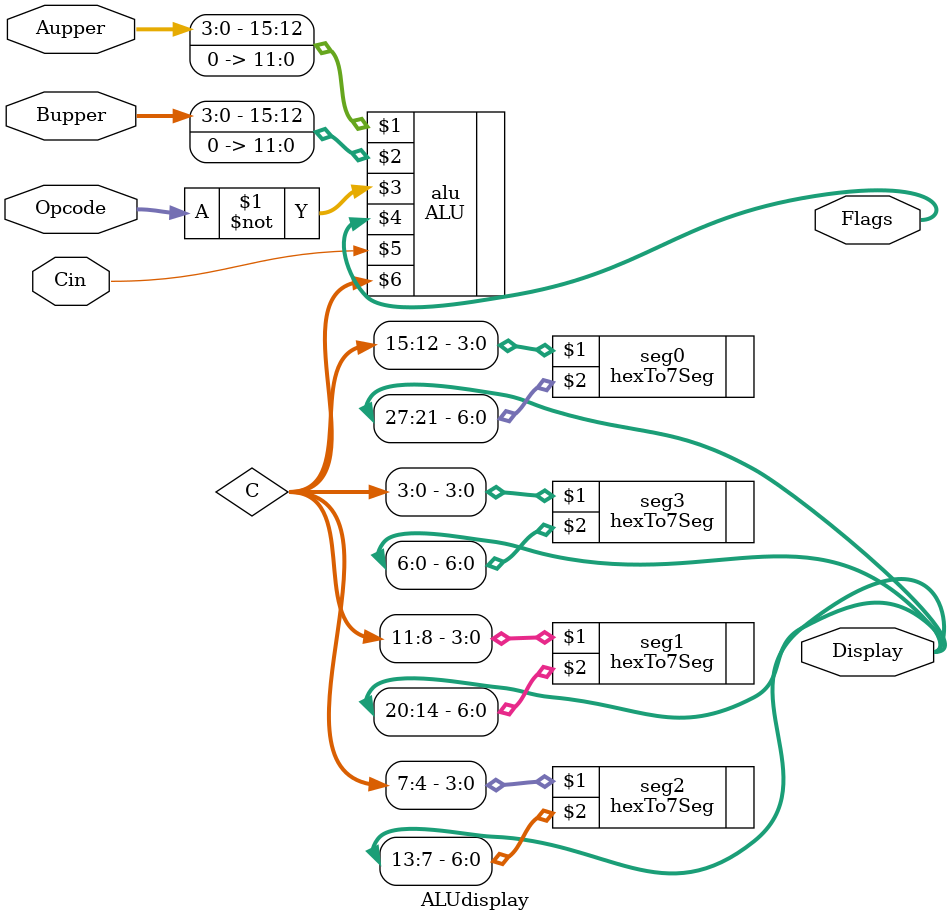
<source format=v>
`timescale 1ns / 1ps
module ALUdisplay(Aupper, Bupper, Opcode, Cin, Flags, Display);
input [3:0] Aupper, Bupper, Opcode;
input Cin;
output [4:0] Flags;
output [27:0] Display;

wire [15:0] C;

ALU alu ({Aupper, 12'b0}, {Bupper, 12'b0}, ~Opcode, Flags, Cin, C);

hexTo7Seg seg0(C[15:12], Display[27:21]);
hexTo7Seg seg1(C[11:8], Display[20:14]);
hexTo7Seg seg2(C[7:4], Display[13:7]);
hexTo7Seg seg3(C[3:0], Display[6:0]);

endmodule

</source>
